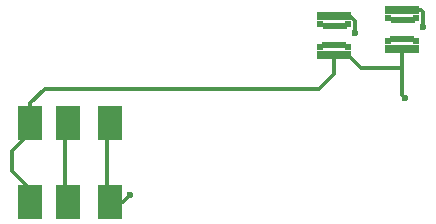
<source format=gbr>
G04 #@! TF.FileFunction,Copper,L1,Top,Signal*
%FSLAX46Y46*%
G04 Gerber Fmt 4.6, Leading zero omitted, Abs format (unit mm)*
G04 Created by KiCad (PCBNEW 4.0.7-e2-6376~58~ubuntu16.04.1) date Fri Oct 19 14:23:41 2018*
%MOMM*%
%LPD*%
G01*
G04 APERTURE LIST*
%ADD10C,0.100000*%
%ADD11R,2.000000X2.850000*%
%ADD12R,0.600000X0.500000*%
%ADD13R,3.000000X0.800000*%
%ADD14R,2.000000X0.600000*%
%ADD15C,0.600000*%
%ADD16C,0.300000*%
G04 APERTURE END LIST*
D10*
D11*
X64300000Y-49175000D03*
X67500000Y-49175000D03*
X71000000Y-49175000D03*
X64300000Y-55825000D03*
X67500000Y-55825000D03*
X71000000Y-55825000D03*
D12*
X96950000Y-40250000D03*
X94550000Y-40250000D03*
D13*
X95750000Y-39600000D03*
D14*
X95800000Y-40450000D03*
X95750000Y-42050000D03*
D13*
X95750000Y-42900000D03*
D12*
X94550000Y-42250000D03*
X96950000Y-42250000D03*
X91200000Y-40750000D03*
X88800000Y-40750000D03*
D13*
X90000000Y-40100000D03*
D14*
X90050000Y-40950000D03*
X90000000Y-42550000D03*
D13*
X90000000Y-43400000D03*
D12*
X88800000Y-42750000D03*
X91200000Y-42750000D03*
D15*
X72750000Y-55250000D03*
X91750000Y-41500000D03*
X97500000Y-41000000D03*
X96000000Y-47000000D03*
D16*
X72175000Y-55825000D02*
X71000000Y-55825000D01*
X72750000Y-55250000D02*
X72175000Y-55825000D01*
X70750000Y-48925000D02*
X70750000Y-55575000D01*
X91750000Y-40500000D02*
X91750000Y-41500000D01*
X91750000Y-40500000D02*
X91350000Y-40100000D01*
X90000000Y-40100000D02*
X91350000Y-40100000D01*
X90350000Y-40100000D02*
X90000000Y-40100000D01*
X97350000Y-39600000D02*
X97500000Y-39750000D01*
X97500000Y-39750000D02*
X97500000Y-41000000D01*
X97350000Y-39600000D02*
X95750000Y-39600000D01*
X95750000Y-39600000D02*
X96100000Y-39600000D01*
X95750000Y-46750000D02*
X96000000Y-47000000D01*
X95750000Y-44500000D02*
X95750000Y-46750000D01*
X92250000Y-44500000D02*
X95750000Y-44500000D01*
X95750000Y-42900000D02*
X95750000Y-44500000D01*
X90000000Y-43400000D02*
X90000000Y-45000000D01*
X90000000Y-45000000D02*
X88750000Y-46250000D01*
X90000000Y-43400000D02*
X91150000Y-43400000D01*
X91150000Y-43400000D02*
X92250000Y-44500000D01*
X64300000Y-47450000D02*
X64300000Y-49175000D01*
X65500000Y-46250000D02*
X64300000Y-47450000D01*
X88750000Y-46250000D02*
X65500000Y-46250000D01*
X64060000Y-49205000D02*
X64060000Y-50190000D01*
X64060000Y-50190000D02*
X62750000Y-51500000D01*
X62750000Y-53250000D02*
X64050000Y-54550000D01*
X62750000Y-51500000D02*
X62750000Y-53250000D01*
X64050000Y-54550000D02*
X64050000Y-55575000D01*
X64050000Y-48925000D02*
X64050000Y-49950000D01*
X67250000Y-48925000D02*
X67250000Y-55575000D01*
M02*

</source>
